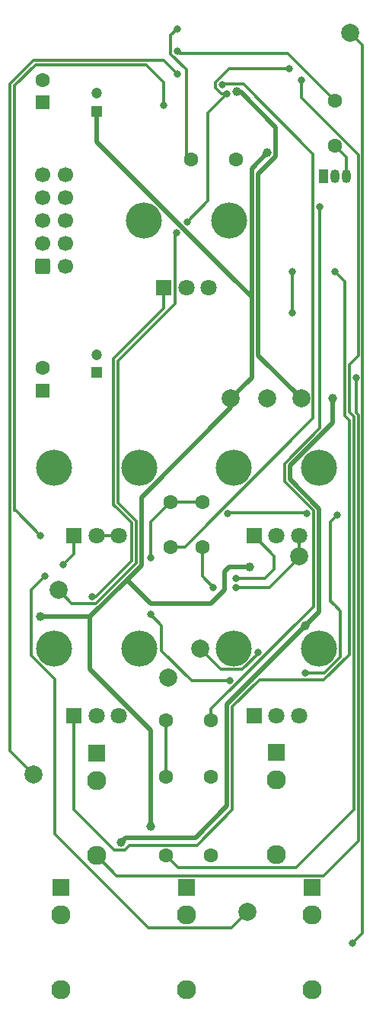
<source format=gtl>
G04 #@! TF.GenerationSoftware,KiCad,Pcbnew,8.0.2-1*
G04 #@! TF.CreationDate,2024-09-28T09:27:31+02:00*
G04 #@! TF.ProjectId,encore,656e636f-7265-42e6-9b69-6361645f7063,rev?*
G04 #@! TF.SameCoordinates,Original*
G04 #@! TF.FileFunction,Copper,L1,Top*
G04 #@! TF.FilePolarity,Positive*
%FSLAX46Y46*%
G04 Gerber Fmt 4.6, Leading zero omitted, Abs format (unit mm)*
G04 Created by KiCad (PCBNEW 8.0.2-1) date 2024-09-28 09:27:31*
%MOMM*%
%LPD*%
G01*
G04 APERTURE LIST*
G04 Aperture macros list*
%AMRoundRect*
0 Rectangle with rounded corners*
0 $1 Rounding radius*
0 $2 $3 $4 $5 $6 $7 $8 $9 X,Y pos of 4 corners*
0 Add a 4 corners polygon primitive as box body*
4,1,4,$2,$3,$4,$5,$6,$7,$8,$9,$2,$3,0*
0 Add four circle primitives for the rounded corners*
1,1,$1+$1,$2,$3*
1,1,$1+$1,$4,$5*
1,1,$1+$1,$6,$7*
1,1,$1+$1,$8,$9*
0 Add four rect primitives between the rounded corners*
20,1,$1+$1,$2,$3,$4,$5,0*
20,1,$1+$1,$4,$5,$6,$7,0*
20,1,$1+$1,$6,$7,$8,$9,0*
20,1,$1+$1,$8,$9,$2,$3,0*%
G04 Aperture macros list end*
G04 #@! TA.AperFunction,ComponentPad*
%ADD10O,4.000000X4.000000*%
G04 #@! TD*
G04 #@! TA.AperFunction,ComponentPad*
%ADD11R,1.800000X1.800000*%
G04 #@! TD*
G04 #@! TA.AperFunction,ComponentPad*
%ADD12C,1.800000*%
G04 #@! TD*
G04 #@! TA.AperFunction,ComponentPad*
%ADD13R,1.930000X1.830000*%
G04 #@! TD*
G04 #@! TA.AperFunction,ComponentPad*
%ADD14C,2.130000*%
G04 #@! TD*
G04 #@! TA.AperFunction,ComponentPad*
%ADD15C,1.600000*%
G04 #@! TD*
G04 #@! TA.AperFunction,ComponentPad*
%ADD16RoundRect,0.250000X-0.600000X-0.600000X0.600000X-0.600000X0.600000X0.600000X-0.600000X0.600000X0*%
G04 #@! TD*
G04 #@! TA.AperFunction,ComponentPad*
%ADD17C,1.700000*%
G04 #@! TD*
G04 #@! TA.AperFunction,ComponentPad*
%ADD18R,1.600000X1.600000*%
G04 #@! TD*
G04 #@! TA.AperFunction,ComponentPad*
%ADD19C,2.000000*%
G04 #@! TD*
G04 #@! TA.AperFunction,ComponentPad*
%ADD20R,1.200000X1.200000*%
G04 #@! TD*
G04 #@! TA.AperFunction,ComponentPad*
%ADD21C,1.200000*%
G04 #@! TD*
G04 #@! TA.AperFunction,ComponentPad*
%ADD22R,1.050000X1.500000*%
G04 #@! TD*
G04 #@! TA.AperFunction,ComponentPad*
%ADD23O,1.050000X1.500000*%
G04 #@! TD*
G04 #@! TA.AperFunction,ViaPad*
%ADD24C,1.000000*%
G04 #@! TD*
G04 #@! TA.AperFunction,ViaPad*
%ADD25C,0.800000*%
G04 #@! TD*
G04 #@! TA.AperFunction,Conductor*
%ADD26C,0.500000*%
G04 #@! TD*
G04 #@! TA.AperFunction,Conductor*
%ADD27C,0.300000*%
G04 #@! TD*
G04 APERTURE END LIST*
D10*
X75250000Y-120000000D03*
X84750000Y-120000000D03*
D11*
X77500000Y-127500000D03*
D12*
X80000000Y-127500000D03*
X82500000Y-127500000D03*
D13*
X80000000Y-131520000D03*
D14*
X80000000Y-142920000D03*
X80000000Y-134620000D03*
D10*
X75250000Y-100000000D03*
X84750000Y-100000000D03*
D11*
X77500000Y-107500000D03*
D12*
X80000000Y-107500000D03*
X82500000Y-107500000D03*
D13*
X60000000Y-131600000D03*
D14*
X60000000Y-143000000D03*
X60000000Y-134700000D03*
D10*
X55250000Y-120000000D03*
X64750000Y-120000000D03*
D11*
X57500000Y-127500000D03*
D12*
X60000000Y-127500000D03*
X62500000Y-127500000D03*
D10*
X65250000Y-72500000D03*
X74750000Y-72500000D03*
D11*
X67500000Y-80000000D03*
D12*
X70000000Y-80000000D03*
X72500000Y-80000000D03*
D10*
X55250000Y-100000000D03*
X64750000Y-100000000D03*
D11*
X57500000Y-107500000D03*
D12*
X60000000Y-107500000D03*
X62500000Y-107500000D03*
D13*
X56000000Y-146520000D03*
D14*
X56000000Y-157920000D03*
X56000000Y-149620000D03*
D13*
X70000000Y-146520000D03*
D14*
X70000000Y-157920000D03*
X70000000Y-149620000D03*
D13*
X84000000Y-146520000D03*
D14*
X84000000Y-157920000D03*
X84000000Y-149620000D03*
D15*
X70500000Y-65750000D03*
X75500000Y-65750000D03*
X67750000Y-134250000D03*
X72750000Y-134250000D03*
D16*
X54000000Y-77580000D03*
D17*
X56540000Y-77580000D03*
X54000000Y-75040000D03*
X56540000Y-75040000D03*
X54000000Y-72500000D03*
X56540000Y-72500000D03*
X54000000Y-69960000D03*
X56540000Y-69960000D03*
X54000000Y-67420000D03*
X56540000Y-67420000D03*
D18*
X54000000Y-91420000D03*
D15*
X54000000Y-88920000D03*
X72750000Y-128000000D03*
X67750000Y-128000000D03*
D19*
X76750000Y-149250000D03*
X88250000Y-51750000D03*
D18*
X54000000Y-59420000D03*
D15*
X54000000Y-56920000D03*
D19*
X79000000Y-92250000D03*
X55750000Y-113500000D03*
X74950000Y-92250000D03*
X53000000Y-134000000D03*
X68000000Y-123250000D03*
D15*
X86500000Y-64250000D03*
X86500000Y-59250000D03*
D20*
X60000000Y-60420000D03*
D21*
X60000000Y-58420000D03*
D15*
X71750000Y-103750000D03*
X71750000Y-108750000D03*
D19*
X71500000Y-120000000D03*
D20*
X60000000Y-89420000D03*
D21*
X60000000Y-87420000D03*
D22*
X85230000Y-67640000D03*
D23*
X86500000Y-67640000D03*
X87770000Y-67640000D03*
D19*
X82500000Y-109750000D03*
D15*
X68250000Y-108750000D03*
X68250000Y-103750000D03*
D19*
X82750000Y-92250000D03*
D15*
X72750000Y-143000000D03*
X67750000Y-143000000D03*
D24*
X53750000Y-116500000D03*
X66000000Y-139750000D03*
X77000000Y-111000000D03*
X79000000Y-65000000D03*
X75571217Y-58249999D03*
X86250000Y-92250000D03*
X62750000Y-141500000D03*
X83250000Y-117500000D03*
D25*
X69000000Y-56250000D03*
X69000000Y-53750000D03*
X69000000Y-51250000D03*
X84850000Y-71000000D03*
X66000000Y-110000000D03*
X82750000Y-57000000D03*
X86500000Y-78250000D03*
X86750000Y-105250000D03*
X83250000Y-122750000D03*
X77969669Y-120469669D03*
X59500000Y-114250000D03*
X66000000Y-116250000D03*
X74844669Y-123594669D03*
X75500000Y-112250000D03*
X74000000Y-57500000D03*
X73000000Y-113250000D03*
X70083453Y-72666547D03*
X81406270Y-55700000D03*
X68875000Y-73875000D03*
X74500000Y-58500000D03*
X74567032Y-105067032D03*
X83370405Y-105029595D03*
X88850000Y-90000000D03*
X54250000Y-112000000D03*
X81750000Y-78250000D03*
X81750000Y-82750000D03*
X67500000Y-59750000D03*
X53750000Y-107500000D03*
X75500000Y-113250000D03*
X56250000Y-110750000D03*
X88500000Y-152750000D03*
D26*
X74250000Y-111500000D02*
X74250000Y-113500000D01*
X59267767Y-122358578D02*
X66000000Y-129090811D01*
X65000000Y-110767766D02*
X65000000Y-103250000D01*
X74250000Y-113500000D02*
X72750000Y-115000000D01*
X74950000Y-78735176D02*
X60000000Y-63785176D01*
X74950000Y-93300000D02*
X74950000Y-92250000D01*
X77250000Y-66750000D02*
X79000000Y-65000000D01*
X63383883Y-112383883D02*
X59267767Y-116500000D01*
X59267767Y-116500000D02*
X59267767Y-122358578D01*
X65000000Y-103250000D02*
X74950000Y-93300000D01*
X77000000Y-111000000D02*
X74750000Y-111000000D01*
X63383883Y-112383883D02*
X65000000Y-110767766D01*
X66000000Y-115000000D02*
X63383883Y-112383883D01*
X77250000Y-81035176D02*
X77250000Y-66750000D01*
X77250000Y-81035176D02*
X74950000Y-78735176D01*
X60000000Y-63785176D02*
X60000000Y-60420000D01*
X66000000Y-129090811D02*
X66000000Y-139750000D01*
X59267767Y-116500000D02*
X53750000Y-116500000D01*
X72750000Y-115000000D02*
X66000000Y-115000000D01*
X74750000Y-111000000D02*
X74250000Y-111500000D01*
X74950000Y-92250000D02*
X77250000Y-89950000D01*
X77250000Y-89950000D02*
X77250000Y-81035176D01*
X74500000Y-137500000D02*
X71000000Y-141000000D01*
X75999999Y-58249999D02*
X79950000Y-62200000D01*
X75571217Y-58249999D02*
X75999999Y-58249999D01*
X79950000Y-65393503D02*
X78000000Y-67343503D01*
X63250000Y-141000000D02*
X62750000Y-141500000D01*
X83250000Y-117500000D02*
X74500000Y-126250000D01*
X71000000Y-141000000D02*
X63250000Y-141000000D01*
X86250000Y-95000000D02*
X81500000Y-99750000D01*
X81500000Y-99750000D02*
X81500000Y-101250000D01*
X81500000Y-101250000D02*
X84750000Y-104500000D01*
X84750000Y-104500000D02*
X84750000Y-116000000D01*
X78000000Y-87500000D02*
X82750000Y-92250000D01*
X86250000Y-92250000D02*
X86250000Y-95000000D01*
X84750000Y-116000000D02*
X83250000Y-117500000D01*
X78000000Y-67343503D02*
X78000000Y-87500000D01*
X74500000Y-126250000D02*
X74500000Y-137500000D01*
X79950000Y-62200000D02*
X79950000Y-65393503D01*
D27*
X69000000Y-56250000D02*
X67500000Y-54750000D01*
X53000000Y-54750000D02*
X50400000Y-57350000D01*
X67500000Y-54750000D02*
X53000000Y-54750000D01*
X50400000Y-131400000D02*
X53000000Y-134000000D01*
X50400000Y-57350000D02*
X50400000Y-131400000D01*
X69250000Y-54000000D02*
X81250000Y-54000000D01*
X69000000Y-53750000D02*
X69250000Y-54000000D01*
X81250000Y-54000000D02*
X86500000Y-59250000D01*
X68250000Y-52000000D02*
X68250000Y-54060661D01*
X69000000Y-51250000D02*
X68250000Y-52000000D01*
X70000000Y-65250000D02*
X70500000Y-65750000D01*
X68250000Y-54060661D02*
X70000000Y-55810661D01*
X70000000Y-55810661D02*
X70000000Y-65250000D01*
X72750000Y-128000000D02*
X72750000Y-126750000D01*
X84150000Y-104748528D02*
X80890254Y-101488782D01*
X72750000Y-126750000D02*
X84150000Y-115350000D01*
X80890254Y-99511218D02*
X84850000Y-95551472D01*
X80890254Y-101488782D02*
X80890254Y-99511218D01*
X84150000Y-115350000D02*
X84150000Y-104748528D01*
X84850000Y-95551472D02*
X84850000Y-71000000D01*
X68250000Y-103750000D02*
X66000000Y-106000000D01*
X66000000Y-106000000D02*
X66000000Y-110000000D01*
X68250000Y-103750000D02*
X71750000Y-103750000D01*
X89100000Y-65223654D02*
X82750000Y-58873654D01*
X82750000Y-58873654D02*
X82750000Y-57000000D01*
X67750000Y-143000000D02*
X69085000Y-144335000D01*
X88100000Y-93804415D02*
X88100000Y-88500000D01*
X82165000Y-144335000D02*
X88600000Y-137900000D01*
X89100000Y-87500000D02*
X89100000Y-65223654D01*
X69085000Y-144335000D02*
X82165000Y-144335000D01*
X88600000Y-133500000D02*
X88600000Y-94304415D01*
X88100000Y-88500000D02*
X89100000Y-87500000D01*
X88600000Y-94304415D02*
X88100000Y-93804415D01*
X88600000Y-137900000D02*
X88600000Y-133500000D01*
X63650000Y-141850000D02*
X63150000Y-142350000D01*
X87600000Y-79350000D02*
X87600000Y-94250000D01*
X86500000Y-78250000D02*
X87600000Y-79350000D01*
X78098528Y-123500000D02*
X75100000Y-126498528D01*
X63150000Y-142350000D02*
X61929392Y-142350000D01*
X87600000Y-94250000D02*
X88100000Y-94750000D01*
X75100000Y-126498528D02*
X75100000Y-137900000D01*
X88100000Y-120680509D02*
X85280509Y-123500000D01*
X85280509Y-123500000D02*
X78098528Y-123500000D01*
X61929392Y-142350000D02*
X57500000Y-137920608D01*
X57500000Y-137920608D02*
X57500000Y-127500000D01*
X88100000Y-94750000D02*
X88100000Y-120680509D01*
X75100000Y-137900000D02*
X71150000Y-141850000D01*
X71150000Y-141850000D02*
X63650000Y-141850000D01*
X87770000Y-65520000D02*
X86500000Y-64250000D01*
X87770000Y-67640000D02*
X87770000Y-65520000D01*
X73850000Y-122350000D02*
X76223402Y-122350000D01*
X86750000Y-105250000D02*
X86000000Y-106000000D01*
X86500000Y-115250000D02*
X87100000Y-115850000D01*
X86000000Y-106000000D02*
X86000000Y-114750000D01*
X87100000Y-115850000D02*
X87100000Y-120973402D01*
X76223402Y-122350000D02*
X77969669Y-120603733D01*
X77969669Y-120603733D02*
X77969669Y-120469669D01*
X86000000Y-114750000D02*
X86500000Y-115250000D01*
X87100000Y-120973402D02*
X85323402Y-122750000D01*
X85323402Y-122750000D02*
X83250000Y-122750000D01*
X71500000Y-120000000D02*
X73850000Y-122350000D01*
X70594669Y-123594669D02*
X74844669Y-123594669D01*
X67250000Y-120250000D02*
X70594669Y-123594669D01*
X63900000Y-106107106D02*
X62192893Y-104400000D01*
X59500000Y-114250000D02*
X59962132Y-114250000D01*
X67250000Y-117500000D02*
X67250000Y-120250000D01*
X62192893Y-104400000D02*
X61900000Y-104107107D01*
X67500000Y-82292893D02*
X67500000Y-80000000D01*
X66000000Y-116250000D02*
X67250000Y-117500000D01*
X61900000Y-104107107D02*
X61900000Y-87892893D01*
X59962132Y-114250000D02*
X63900000Y-110312132D01*
X63900000Y-110312132D02*
X63900000Y-106107106D01*
X61900000Y-87892893D02*
X67500000Y-82292893D01*
X78750000Y-112250000D02*
X75500000Y-112250000D01*
X77500000Y-107500000D02*
X79750000Y-109750000D01*
X79750000Y-109750000D02*
X79750000Y-111250000D01*
X79750000Y-111250000D02*
X78750000Y-112250000D01*
X74100000Y-57400000D02*
X76352082Y-57400000D01*
X69823402Y-108750000D02*
X68250000Y-108750000D01*
X84100000Y-65147918D02*
X84100000Y-94473402D01*
X74000000Y-57500000D02*
X74100000Y-57400000D01*
X76352082Y-57400000D02*
X84100000Y-65147918D01*
X84100000Y-94473402D02*
X69823402Y-108750000D01*
X71750000Y-108750000D02*
X71750000Y-112000000D01*
X72400000Y-70350000D02*
X70083453Y-72666547D01*
X74739339Y-55700000D02*
X81406270Y-55700000D01*
X74500000Y-58500000D02*
X73939339Y-58500000D01*
X62400000Y-103900000D02*
X64400000Y-105900000D01*
X73250000Y-57810661D02*
X73250000Y-57189339D01*
X68750000Y-81750000D02*
X62400000Y-88100000D01*
X68875000Y-73875000D02*
X68750000Y-74000000D01*
X62400000Y-88100000D02*
X62400000Y-103900000D01*
X57250000Y-115000000D02*
X55750000Y-113500000D01*
X72400000Y-60600000D02*
X72400000Y-70350000D01*
X73939339Y-58500000D02*
X73250000Y-57810661D01*
X68750000Y-74000000D02*
X68750000Y-81750000D01*
X71750000Y-112000000D02*
X73000000Y-113250000D01*
X74500000Y-58500000D02*
X72400000Y-60600000D01*
X64400000Y-110519238D02*
X61608577Y-113310661D01*
X59919239Y-115000000D02*
X57250000Y-115000000D01*
X61608577Y-113310661D02*
X59919239Y-115000000D01*
X64400000Y-105900000D02*
X64400000Y-110519238D01*
X73250000Y-57189339D02*
X74739339Y-55700000D01*
X67750000Y-128000000D02*
X67750000Y-134250000D01*
X83340810Y-105000000D02*
X74634064Y-105000000D01*
X83370405Y-105029595D02*
X83340810Y-105000000D01*
X60000000Y-107500000D02*
X62500000Y-107500000D01*
X74634064Y-105000000D02*
X74567032Y-105067032D01*
X88850000Y-90000000D02*
X88850000Y-93847308D01*
X85245000Y-145255000D02*
X62255000Y-145255000D01*
X89100000Y-141400000D02*
X85245000Y-145255000D01*
X88850000Y-93847308D02*
X89100000Y-94097308D01*
X62255000Y-145255000D02*
X60000000Y-143000000D01*
X89100000Y-94097308D02*
X89100000Y-141400000D01*
X55350000Y-123423402D02*
X55350000Y-140600000D01*
X65785000Y-151035000D02*
X74965000Y-151035000D01*
X52750000Y-113500000D02*
X52750000Y-120823402D01*
X52750000Y-120823402D02*
X55350000Y-123423402D01*
X74965000Y-151035000D02*
X76750000Y-149250000D01*
X54250000Y-112000000D02*
X52750000Y-113500000D01*
X55350000Y-140600000D02*
X65785000Y-151035000D01*
X81750000Y-78250000D02*
X81750000Y-82750000D01*
X50900000Y-104750000D02*
X51000000Y-104750000D01*
X67500000Y-59750000D02*
X67500000Y-57250000D01*
X51000000Y-104750000D02*
X53750000Y-107500000D01*
X53207106Y-55250000D02*
X50900000Y-57557106D01*
X65500000Y-55250000D02*
X53207106Y-55250000D01*
X50900000Y-57557106D02*
X50900000Y-104750000D01*
X67500000Y-57250000D02*
X65500000Y-55250000D01*
X82500000Y-107500000D02*
X82500000Y-110000000D01*
X82500000Y-110000000D02*
X79250000Y-113250000D01*
X79250000Y-113250000D02*
X75500000Y-113250000D01*
X56250000Y-110750000D02*
X57500000Y-109500000D01*
X57500000Y-109500000D02*
X57500000Y-107500000D01*
X89600000Y-151650000D02*
X88500000Y-152750000D01*
X89600000Y-53100000D02*
X89600000Y-151650000D01*
X88250000Y-51750000D02*
X89600000Y-53100000D01*
M02*

</source>
